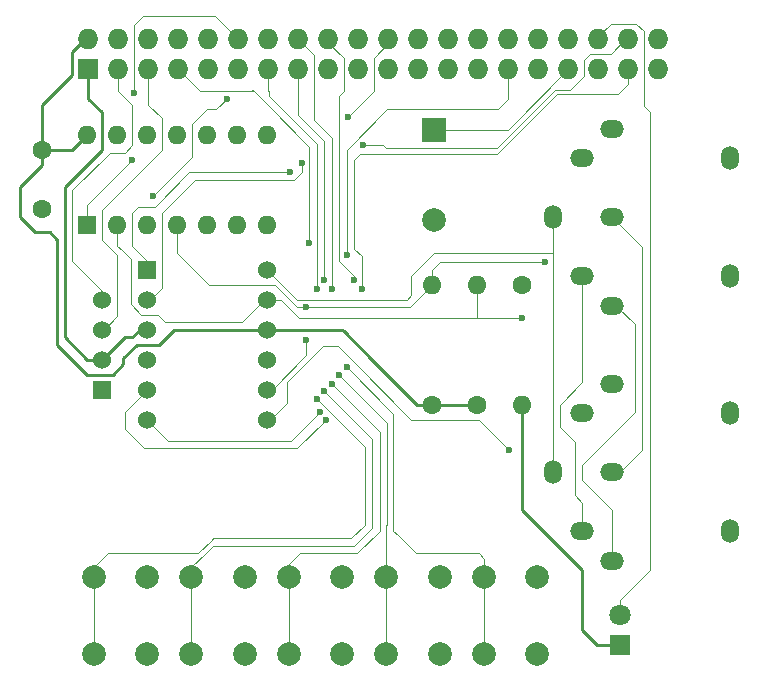
<source format=gtl>
G04 #@! TF.FileFunction,Copper,L1,Top,Signal*
%FSLAX46Y46*%
G04 Gerber Fmt 4.6, Leading zero omitted, Abs format (unit mm)*
G04 Created by KiCad (PCBNEW 4.0.7) date 06/12/18 20:24:26*
%MOMM*%
%LPD*%
G01*
G04 APERTURE LIST*
%ADD10C,0.100000*%
%ADD11R,1.727200X1.727200*%
%ADD12O,1.727200X1.727200*%
%ADD13R,2.000000X2.000000*%
%ADD14C,2.000000*%
%ADD15R,1.800000X1.800000*%
%ADD16C,1.800000*%
%ADD17R,1.600000X1.600000*%
%ADD18O,1.600000X1.600000*%
%ADD19R,1.524000X1.524000*%
%ADD20C,1.524000*%
%ADD21C,1.600000*%
%ADD22O,2.000000X1.524000*%
%ADD23O,1.524000X2.000000*%
%ADD24C,0.600000*%
%ADD25C,0.250000*%
G04 APERTURE END LIST*
D10*
D11*
X31865000Y-33845000D03*
D12*
X31865000Y-31305000D03*
X34405000Y-33845000D03*
X34405000Y-31305000D03*
X36945000Y-33845000D03*
X36945000Y-31305000D03*
X39485000Y-33845000D03*
X39485000Y-31305000D03*
X42025000Y-33845000D03*
X42025000Y-31305000D03*
X44565000Y-33845000D03*
X44565000Y-31305000D03*
X47105000Y-33845000D03*
X47105000Y-31305000D03*
X49645000Y-33845000D03*
X49645000Y-31305000D03*
X52185000Y-33845000D03*
X52185000Y-31305000D03*
X54725000Y-33845000D03*
X54725000Y-31305000D03*
X57265000Y-33845000D03*
X57265000Y-31305000D03*
X59805000Y-33845000D03*
X59805000Y-31305000D03*
X62345000Y-33845000D03*
X62345000Y-31305000D03*
X64885000Y-33845000D03*
X64885000Y-31305000D03*
X67425000Y-33845000D03*
X67425000Y-31305000D03*
X69965000Y-33845000D03*
X69965000Y-31305000D03*
X72505000Y-33845000D03*
X72505000Y-31305000D03*
X75045000Y-33845000D03*
X75045000Y-31305000D03*
X77585000Y-33845000D03*
X77585000Y-31305000D03*
X80125000Y-33845000D03*
X80125000Y-31305000D03*
D13*
X61087000Y-38989000D03*
D14*
X61087000Y-46589000D03*
D15*
X76835000Y-82550000D03*
D16*
X76835000Y-80010000D03*
D17*
X31750000Y-46990000D03*
D18*
X46990000Y-39370000D03*
X34290000Y-46990000D03*
X44450000Y-39370000D03*
X36830000Y-46990000D03*
X41910000Y-39370000D03*
X39370000Y-46990000D03*
X39370000Y-39370000D03*
X41910000Y-46990000D03*
X36830000Y-39370000D03*
X44450000Y-46990000D03*
X34290000Y-39370000D03*
X46990000Y-46990000D03*
X31750000Y-39370000D03*
D19*
X36830000Y-50800000D03*
D20*
X36830000Y-53340000D03*
X36830000Y-55880000D03*
X36830000Y-58420000D03*
X36830000Y-60960000D03*
X36830000Y-63500000D03*
X46990000Y-63500000D03*
X46990000Y-60960000D03*
X46990000Y-58420000D03*
X46990000Y-55880000D03*
X46990000Y-53340000D03*
X46990000Y-50800000D03*
D21*
X68580000Y-52070000D03*
D18*
X68580000Y-62230000D03*
D21*
X64770000Y-62230000D03*
D18*
X64770000Y-52070000D03*
D21*
X60960000Y-62230000D03*
D18*
X60960000Y-52070000D03*
D14*
X32330000Y-76835000D03*
X36830000Y-76835000D03*
X32330000Y-83335000D03*
X36830000Y-83335000D03*
X40585000Y-76835000D03*
X45085000Y-76835000D03*
X40585000Y-83335000D03*
X45085000Y-83335000D03*
X48840000Y-76835000D03*
X53340000Y-76835000D03*
X48840000Y-83335000D03*
X53340000Y-83335000D03*
X57095000Y-76835000D03*
X61595000Y-76835000D03*
X57095000Y-83335000D03*
X61595000Y-83335000D03*
X65350000Y-76835000D03*
X69850000Y-76835000D03*
X65350000Y-83335000D03*
X69850000Y-83335000D03*
D21*
X27940000Y-40640000D03*
X27940000Y-45640000D03*
D22*
X73700000Y-51355000D03*
X73700000Y-41355000D03*
X76200000Y-53855000D03*
X76200000Y-38855000D03*
D23*
X86200000Y-51355000D03*
X86200000Y-41355000D03*
D22*
X76200000Y-46355000D03*
D23*
X71200000Y-46355000D03*
D22*
X73700000Y-72945000D03*
X73700000Y-62945000D03*
X76200000Y-75445000D03*
X76200000Y-60445000D03*
D23*
X86200000Y-72945000D03*
X86200000Y-62945000D03*
D22*
X76200000Y-67945000D03*
D23*
X71200000Y-67945000D03*
D19*
X33020000Y-60960000D03*
D20*
X33020000Y-58420000D03*
X33020000Y-55880000D03*
X33020000Y-53340000D03*
D24*
X35687000Y-35814000D03*
X35560000Y-41529000D03*
X68580000Y-54864000D03*
X43561000Y-36322000D03*
X37338000Y-44577000D03*
X50292000Y-56769000D03*
X50292000Y-53975000D03*
X70485000Y-50165000D03*
X48895000Y-42545000D03*
X55118000Y-40259000D03*
X49911000Y-41783000D03*
X53848000Y-37846000D03*
X51943000Y-63500000D03*
X54991000Y-52451000D03*
X51435000Y-62865000D03*
X54356000Y-51689000D03*
X50546000Y-48514000D03*
X53086000Y-59690000D03*
X51181000Y-61722000D03*
X51181000Y-52451000D03*
X51816000Y-61087000D03*
X51816000Y-51689000D03*
X52451000Y-60452000D03*
X52451000Y-52451000D03*
X53721000Y-59055000D03*
X53721000Y-49530000D03*
X67437000Y-66040000D03*
D10*
X61087000Y-38989000D02*
X67361000Y-38989000D01*
X67361000Y-38989000D02*
X72505000Y-33845000D01*
D25*
X68580000Y-62230000D02*
X68580000Y-71120000D01*
X74930000Y-82550000D02*
X76835000Y-82550000D01*
X73660000Y-81280000D02*
X74930000Y-82550000D01*
X73660000Y-76200000D02*
X73660000Y-81280000D01*
X68580000Y-71120000D02*
X73660000Y-76200000D01*
D10*
X75045000Y-31305000D02*
X75045000Y-31000000D01*
X75045000Y-31000000D02*
X76073000Y-29972000D01*
X76073000Y-29972000D02*
X78232000Y-29972000D01*
X78232000Y-29972000D02*
X78867000Y-30607000D01*
X78867000Y-30607000D02*
X78867000Y-36957000D01*
X78867000Y-36957000D02*
X79375000Y-37465000D01*
X76835000Y-80010000D02*
X76835000Y-78740000D01*
X79375000Y-76200000D02*
X79375000Y-37465000D01*
X76835000Y-78740000D02*
X79375000Y-76200000D01*
X34290000Y-51435000D02*
X34290000Y-49530000D01*
X36945000Y-33845000D02*
X36945000Y-35675000D01*
X34290000Y-54737000D02*
X34290000Y-51435000D01*
X34290000Y-54737000D02*
X33147000Y-55880000D01*
X36945000Y-36818000D02*
X36945000Y-35675000D01*
X38100000Y-37973000D02*
X36945000Y-36818000D01*
X38100000Y-40640000D02*
X38100000Y-37973000D01*
X33020000Y-45720000D02*
X38100000Y-40640000D01*
X33020000Y-48260000D02*
X33020000Y-45720000D01*
X34290000Y-49530000D02*
X33020000Y-48260000D01*
X33020000Y-55880000D02*
X33147000Y-55880000D01*
X33020000Y-53340000D02*
X33020000Y-52578000D01*
X33020000Y-52578000D02*
X30480000Y-50038000D01*
X30480000Y-50038000D02*
X30480000Y-44069000D01*
X30480000Y-44069000D02*
X33655000Y-40894000D01*
X33655000Y-40894000D02*
X34925000Y-40894000D01*
X34925000Y-40894000D02*
X35560000Y-40259000D01*
X35560000Y-40259000D02*
X35560000Y-36830000D01*
X35560000Y-36830000D02*
X34405000Y-35675000D01*
X34405000Y-33845000D02*
X34405000Y-35675000D01*
X31750000Y-46990000D02*
X31750000Y-45339000D01*
X42597000Y-29337000D02*
X44565000Y-31305000D01*
X36449000Y-29337000D02*
X42597000Y-29337000D01*
X35687000Y-30099000D02*
X36449000Y-29337000D01*
X35687000Y-30607000D02*
X35687000Y-30099000D01*
X35687000Y-35814000D02*
X35687000Y-30607000D01*
X31750000Y-45339000D02*
X35560000Y-41529000D01*
X45466000Y-54610000D02*
X44831000Y-55245000D01*
X38354000Y-55245000D02*
X37719000Y-54610000D01*
X44831000Y-55245000D02*
X38354000Y-55245000D01*
X34671000Y-49149000D02*
X35433000Y-49911000D01*
X34290000Y-46990000D02*
X34290000Y-48514000D01*
X34671000Y-49149000D02*
X34290000Y-48768000D01*
X34290000Y-48768000D02*
X34290000Y-48514000D01*
X36322000Y-54610000D02*
X37719000Y-54610000D01*
X36322000Y-54610000D02*
X35433000Y-53721000D01*
X35433000Y-49911000D02*
X35433000Y-53721000D01*
X45466000Y-54610000D02*
X46736000Y-53340000D01*
X46736000Y-53340000D02*
X46990000Y-53340000D01*
X64770000Y-52070000D02*
X64770000Y-54864000D01*
X48133000Y-53340000D02*
X46990000Y-53340000D01*
X49657000Y-54864000D02*
X48133000Y-53340000D01*
X52832000Y-54864000D02*
X49657000Y-54864000D01*
X68580000Y-54864000D02*
X64770000Y-54864000D01*
X64770000Y-54864000D02*
X52832000Y-54864000D01*
X76200000Y-75445000D02*
X76200000Y-71120000D01*
X78105000Y-55429998D02*
X76530002Y-53855000D01*
X78105000Y-62865000D02*
X78105000Y-55429998D01*
X76200000Y-64770000D02*
X78105000Y-62865000D01*
X73660000Y-67310000D02*
X76200000Y-64770000D01*
X73660000Y-68580000D02*
X73660000Y-67310000D01*
X76200000Y-71120000D02*
X73660000Y-68580000D01*
D25*
X76530002Y-53855000D02*
X76200000Y-53855000D01*
D10*
X37338000Y-44577000D02*
X40640000Y-41275000D01*
X43561000Y-36322000D02*
X42672000Y-37211000D01*
X42672000Y-37211000D02*
X41910000Y-37211000D01*
X41910000Y-37211000D02*
X40640000Y-38481000D01*
X40640000Y-38481000D02*
X40640000Y-40767000D01*
X40640000Y-41275000D02*
X40640000Y-40767000D01*
X39370000Y-46990000D02*
X39370000Y-49403000D01*
X49530000Y-53975000D02*
X50292000Y-53975000D01*
X47625000Y-52070000D02*
X49530000Y-53975000D01*
X42037000Y-52070000D02*
X47625000Y-52070000D01*
X39370000Y-49403000D02*
X42037000Y-52070000D01*
X50292000Y-53975000D02*
X59055000Y-53975000D01*
X59055000Y-53975000D02*
X60960000Y-52070000D01*
X46990000Y-60960000D02*
X47371000Y-60960000D01*
X47371000Y-60960000D02*
X50292000Y-58039000D01*
X50292000Y-58039000D02*
X50292000Y-56769000D01*
X60960000Y-52070000D02*
X60960000Y-50800000D01*
X61595000Y-50165000D02*
X70485000Y-50165000D01*
X60960000Y-50800000D02*
X61595000Y-50165000D01*
X73700000Y-72945000D02*
X73700000Y-70525000D01*
X73700000Y-60285000D02*
X73700000Y-51355000D01*
X71755000Y-62230000D02*
X73700000Y-60285000D01*
X71755000Y-64135000D02*
X71755000Y-62230000D01*
X73025000Y-65405000D02*
X71755000Y-64135000D01*
X73025000Y-69850000D02*
X73025000Y-65405000D01*
X73700000Y-70525000D02*
X73025000Y-69850000D01*
D25*
X36322000Y-57150000D02*
X35941000Y-57150000D01*
X39116000Y-55880000D02*
X37846000Y-57150000D01*
X37846000Y-57150000D02*
X36322000Y-57150000D01*
X45720000Y-55880000D02*
X39116000Y-55880000D01*
X34798000Y-58801000D02*
X33909000Y-59690000D01*
X34798000Y-58293000D02*
X34798000Y-58801000D01*
X35941000Y-57150000D02*
X34798000Y-58293000D01*
X53467000Y-56007000D02*
X53340000Y-55880000D01*
X46990000Y-55880000D02*
X53340000Y-55880000D01*
X59690000Y-62230000D02*
X60960000Y-62230000D01*
X59690000Y-62230000D02*
X55880000Y-58420000D01*
X53467000Y-56007000D02*
X55880000Y-58420000D01*
X60960000Y-62230000D02*
X64770000Y-62230000D01*
X61595000Y-62230000D02*
X60960000Y-62230000D01*
X27940000Y-40640000D02*
X27940000Y-41910000D01*
X27940000Y-41910000D02*
X26035000Y-43815000D01*
X26035000Y-43815000D02*
X26035000Y-46355000D01*
X26035000Y-46355000D02*
X27305000Y-47625000D01*
X27305000Y-47625000D02*
X28575000Y-47625000D01*
X28575000Y-47625000D02*
X29210000Y-48260000D01*
X29210000Y-48260000D02*
X29210000Y-57150000D01*
X29210000Y-57150000D02*
X31750000Y-59690000D01*
X31750000Y-59690000D02*
X33909000Y-59690000D01*
X45720000Y-55880000D02*
X46990000Y-55880000D01*
X27940000Y-40640000D02*
X30480000Y-40640000D01*
X30480000Y-40640000D02*
X31750000Y-39370000D01*
X31865000Y-31305000D02*
X31560000Y-31305000D01*
X31560000Y-31305000D02*
X30480000Y-32385000D01*
X30480000Y-32385000D02*
X30480000Y-34290000D01*
X30480000Y-34290000D02*
X27940000Y-36830000D01*
X27940000Y-36830000D02*
X27940000Y-40640000D01*
D10*
X41529000Y-42545000D02*
X40386000Y-42545000D01*
X40386000Y-42545000D02*
X37465000Y-45466000D01*
X35560000Y-46228000D02*
X35560000Y-45974000D01*
X35560000Y-48768000D02*
X36830000Y-50038000D01*
X35560000Y-48768000D02*
X35560000Y-46228000D01*
X35560000Y-45974000D02*
X36068000Y-45466000D01*
X36068000Y-45466000D02*
X37465000Y-45466000D01*
X48895000Y-42545000D02*
X41529000Y-42545000D01*
X57023000Y-40513000D02*
X56769000Y-40259000D01*
X56769000Y-40259000D02*
X55118000Y-40259000D01*
X77280000Y-31305000D02*
X76073000Y-32512000D01*
X76073000Y-32512000D02*
X74295000Y-32512000D01*
X74295000Y-32512000D02*
X73787000Y-33020000D01*
X73787000Y-33020000D02*
X73787000Y-34417000D01*
X73787000Y-34417000D02*
X72644000Y-35560000D01*
X72644000Y-35560000D02*
X71374000Y-35560000D01*
X71374000Y-35560000D02*
X66548000Y-40386000D01*
X66548000Y-40386000D02*
X66421000Y-40513000D01*
X66421000Y-40513000D02*
X57023000Y-40513000D01*
X36830000Y-50800000D02*
X36830000Y-50038000D01*
X77585000Y-31305000D02*
X77280000Y-31305000D01*
X36830000Y-53340000D02*
X37084000Y-53340000D01*
X37084000Y-53340000D02*
X38100000Y-52324000D01*
X38100000Y-52324000D02*
X38100000Y-45974000D01*
X38100000Y-45974000D02*
X40894000Y-43180000D01*
X40894000Y-43180000D02*
X48641000Y-43180000D01*
X48641000Y-43180000D02*
X49276000Y-43180000D01*
X49276000Y-43180000D02*
X49911000Y-42545000D01*
X49911000Y-42545000D02*
X49911000Y-41783000D01*
X53848000Y-37846000D02*
X56007000Y-35687000D01*
X57265000Y-31305000D02*
X57265000Y-31635000D01*
X57265000Y-31635000D02*
X56007000Y-32893000D01*
X56007000Y-32893000D02*
X56007000Y-35687000D01*
D25*
X35560000Y-56515000D02*
X34925000Y-56515000D01*
X36195000Y-55880000D02*
X35560000Y-56515000D01*
X34925000Y-56515000D02*
X33020000Y-58420000D01*
X36195000Y-55880000D02*
X36830000Y-55880000D01*
X31865000Y-33845000D02*
X31865000Y-36310000D01*
X31865000Y-36310000D02*
X33020000Y-37465000D01*
X33020000Y-37465000D02*
X33020000Y-40640000D01*
X33020000Y-40640000D02*
X29845000Y-43815000D01*
X29845000Y-43815000D02*
X29845000Y-56515000D01*
X29845000Y-56515000D02*
X31750000Y-58420000D01*
X31750000Y-58420000D02*
X33020000Y-58420000D01*
D10*
X54991000Y-52451000D02*
X54991000Y-49657000D01*
X71501000Y-35941000D02*
X66421000Y-41021000D01*
X66421000Y-41021000D02*
X58293000Y-41021000D01*
X77585000Y-33845000D02*
X77585000Y-35064000D01*
X76708000Y-35941000D02*
X74041000Y-35941000D01*
X77585000Y-35064000D02*
X76708000Y-35941000D01*
X74041000Y-35941000D02*
X71501000Y-35941000D01*
X34925000Y-62865000D02*
X34925000Y-64262000D01*
X34925000Y-64262000D02*
X36576000Y-65913000D01*
X36576000Y-65913000D02*
X49530000Y-65913000D01*
X49530000Y-65913000D02*
X51943000Y-63500000D01*
X34925000Y-62865000D02*
X36830000Y-60960000D01*
X54864000Y-41021000D02*
X58293000Y-41021000D01*
X54356000Y-41529000D02*
X54864000Y-41021000D01*
X54356000Y-49022000D02*
X54356000Y-41529000D01*
X54991000Y-49657000D02*
X54356000Y-49022000D01*
X54356000Y-51689000D02*
X54356000Y-51308000D01*
X53467000Y-32893000D02*
X53467000Y-35687000D01*
X52185000Y-31611000D02*
X53467000Y-32893000D01*
X38608000Y-65278000D02*
X49022000Y-65278000D01*
X49022000Y-65278000D02*
X51435000Y-62865000D01*
X38608000Y-65278000D02*
X36830000Y-63500000D01*
X53086000Y-36068000D02*
X53467000Y-35687000D01*
X53086000Y-50038000D02*
X53086000Y-36068000D01*
X54356000Y-51308000D02*
X53086000Y-50038000D01*
X52185000Y-31305000D02*
X52185000Y-31611000D01*
X45847000Y-35687000D02*
X45085000Y-35687000D01*
X45847000Y-35687000D02*
X45720000Y-35560000D01*
X41327000Y-35687000D02*
X39485000Y-33845000D01*
X45085000Y-35687000D02*
X41327000Y-35687000D01*
X47117000Y-36957000D02*
X45847000Y-35687000D01*
X50292000Y-40132000D02*
X47117000Y-36957000D01*
X57150000Y-72390000D02*
X57150000Y-63754000D01*
X57095000Y-72445000D02*
X57150000Y-72390000D01*
X57095000Y-72445000D02*
X57095000Y-76835000D01*
X57150000Y-63754000D02*
X53086000Y-59690000D01*
X50546000Y-40386000D02*
X50292000Y-40132000D01*
X50546000Y-48514000D02*
X50546000Y-40386000D01*
X57095000Y-83335000D02*
X57095000Y-76835000D01*
X47117000Y-35675000D02*
X47117000Y-36068000D01*
X47117000Y-36068000D02*
X51181000Y-40132000D01*
X47105000Y-35675000D02*
X47117000Y-35675000D01*
X47105000Y-33845000D02*
X47105000Y-35675000D01*
X55245000Y-65786000D02*
X51181000Y-61722000D01*
X54102000Y-73533000D02*
X55245000Y-72390000D01*
X50673000Y-73533000D02*
X54102000Y-73533000D01*
X42418000Y-73533000D02*
X42291000Y-73660000D01*
X41148000Y-74803000D02*
X42291000Y-73660000D01*
X33528000Y-74803000D02*
X32330000Y-76001000D01*
X33528000Y-74803000D02*
X41148000Y-74803000D01*
X50673000Y-73533000D02*
X42418000Y-73533000D01*
X55245000Y-72390000D02*
X55245000Y-65786000D01*
X51181000Y-40132000D02*
X51181000Y-52451000D01*
X32330000Y-76835000D02*
X32330000Y-76001000D01*
X32330000Y-83335000D02*
X32330000Y-76835000D01*
X51816000Y-51689000D02*
X51816000Y-39878000D01*
X49645000Y-33845000D02*
X49645000Y-35675000D01*
X55880000Y-65151000D02*
X51816000Y-61087000D01*
X49784000Y-74168000D02*
X42418000Y-74168000D01*
X42418000Y-74168000D02*
X41783000Y-74803000D01*
X41783000Y-74803000D02*
X40585000Y-76001000D01*
X55880000Y-72644000D02*
X55880000Y-72390000D01*
X54356000Y-74168000D02*
X55880000Y-72644000D01*
X49784000Y-74168000D02*
X54356000Y-74168000D01*
X55880000Y-72390000D02*
X55880000Y-65151000D01*
X49645000Y-37707000D02*
X49645000Y-35675000D01*
X51816000Y-39878000D02*
X49645000Y-37707000D01*
X40585000Y-76835000D02*
X40585000Y-76001000D01*
X40585000Y-83335000D02*
X40585000Y-76835000D01*
X50927000Y-34544000D02*
X50927000Y-38100000D01*
X50927000Y-38100000D02*
X52451000Y-39624000D01*
X49645000Y-31305000D02*
X50927000Y-32587000D01*
X50927000Y-34544000D02*
X50927000Y-32587000D01*
X56515000Y-72390000D02*
X56515000Y-64516000D01*
X52451000Y-52451000D02*
X52451000Y-39624000D01*
X56515000Y-64516000D02*
X52451000Y-60452000D01*
X48840000Y-75747000D02*
X48840000Y-76835000D01*
X56515000Y-72898000D02*
X56515000Y-72390000D01*
X54610000Y-74803000D02*
X56515000Y-72898000D01*
X49784000Y-74803000D02*
X54610000Y-74803000D01*
X48840000Y-75747000D02*
X49784000Y-74803000D01*
X48840000Y-83335000D02*
X48840000Y-76835000D01*
X53721000Y-49530000D02*
X53721000Y-40640000D01*
X57658000Y-62992000D02*
X53721000Y-59055000D01*
X58039000Y-73279000D02*
X57658000Y-72898000D01*
X65350000Y-75256000D02*
X64897000Y-74803000D01*
X64897000Y-74803000D02*
X59563000Y-74803000D01*
X59563000Y-74803000D02*
X58039000Y-73279000D01*
X65350000Y-76835000D02*
X65350000Y-75256000D01*
X57658000Y-72898000D02*
X57658000Y-72390000D01*
X57658000Y-72390000D02*
X57658000Y-62992000D01*
X67425000Y-33845000D02*
X67425000Y-36334000D01*
X53721000Y-40640000D02*
X57150000Y-37211000D01*
X57150000Y-37211000D02*
X66548000Y-37211000D01*
X66548000Y-37211000D02*
X67425000Y-36334000D01*
X65350000Y-83335000D02*
X65350000Y-76835000D01*
X59182000Y-63500000D02*
X54229000Y-58547000D01*
X48641000Y-62103000D02*
X47244000Y-63500000D01*
X48641000Y-60325000D02*
X48641000Y-62103000D01*
X51689000Y-57277000D02*
X48641000Y-60325000D01*
X52959000Y-57277000D02*
X51689000Y-57277000D01*
X54229000Y-58547000D02*
X52959000Y-57277000D01*
X47244000Y-63500000D02*
X46990000Y-63500000D01*
X64897000Y-63500000D02*
X59182000Y-63500000D01*
X67437000Y-66040000D02*
X64897000Y-63500000D01*
D25*
X76200000Y-67945000D02*
X76835000Y-67945000D01*
D10*
X76835000Y-67945000D02*
X78740000Y-66040000D01*
X78740000Y-66040000D02*
X78740000Y-48895000D01*
X78740000Y-48895000D02*
X76200000Y-46355000D01*
X61087000Y-49403000D02*
X59182000Y-51308000D01*
X49530000Y-53340000D02*
X46990000Y-50800000D01*
X58801000Y-53340000D02*
X49530000Y-53340000D01*
X59182000Y-52959000D02*
X58801000Y-53340000D01*
X59182000Y-51308000D02*
X59182000Y-52959000D01*
X71200000Y-49403000D02*
X61087000Y-49403000D01*
X71200000Y-67945000D02*
X71200000Y-66755000D01*
X71200000Y-66755000D02*
X71200000Y-50800000D01*
X71200000Y-50800000D02*
X71200000Y-49403000D01*
X71200000Y-49403000D02*
X71200000Y-46355000D01*
M02*

</source>
